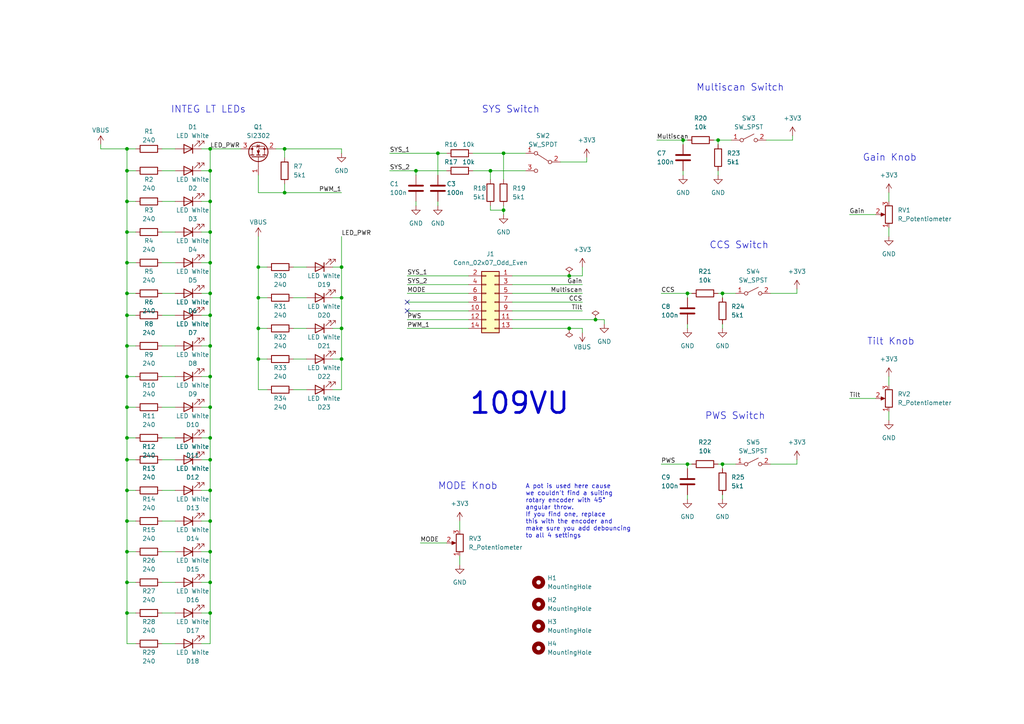
<source format=kicad_sch>
(kicad_sch (version 20230121) (generator eeschema)
  (paper "A4")
  (title_block (title "109VU") (date "2024-01-18") (rev "0.1"))
  (junction (at 146.05 60.96))
  (junction (at 165.1 95.25))
  (junction (at 199.39 85.09))
  (junction (at 74.93 104.14))
  (junction (at 60.96 142.24))
  (junction (at 99.06 104.14))
  (junction (at 60.96 151.13))
  (junction (at 60.96 100.33))
  (junction (at 99.06 95.25))
  (junction (at 36.83 91.44))
  (junction (at 146.05 44.45))
  (junction (at 60.96 177.8))
  (junction (at 36.83 118.11))
  (junction (at 60.96 127))
  (junction (at 36.83 43.18))
  (junction (at 99.06 77.47))
  (junction (at 60.96 118.11))
  (junction (at 36.83 133.35))
  (junction (at 36.83 49.53))
  (junction (at 199.39 134.62))
  (junction (at 60.96 49.53))
  (junction (at 36.83 58.42))
  (junction (at 36.83 109.22))
  (junction (at 36.83 85.09))
  (junction (at 36.83 151.13))
  (junction (at 36.83 127))
  (junction (at 60.96 109.22))
  (junction (at 74.93 77.47))
  (junction (at 198.12 40.64))
  (junction (at 36.83 160.02))
  (junction (at 36.83 142.24))
  (junction (at 82.55 43.18))
  (junction (at 60.96 160.02))
  (junction (at 36.83 168.91))
  (junction (at 60.96 58.42))
  (junction (at 165.1 80.01))
  (junction (at 172.72 92.71))
  (junction (at 120.65 49.53))
  (junction (at 60.96 133.35))
  (junction (at 60.96 91.44))
  (junction (at 36.83 100.33))
  (junction (at 82.55 55.88))
  (junction (at 209.55 134.62))
  (junction (at 60.96 168.91))
  (junction (at 60.96 76.2))
  (junction (at 36.83 177.8))
  (junction (at 127 44.45))
  (junction (at 60.96 43.18))
  (junction (at 60.96 67.31))
  (junction (at 36.83 76.2))
  (junction (at 74.93 95.25))
  (junction (at 99.06 86.36))
  (junction (at 209.55 85.09))
  (junction (at 208.28 40.64))
  (junction (at 74.93 86.36))
  (junction (at 142.24 49.53))
  (junction (at 36.83 67.31))
  (junction (at 60.96 85.09))
  (no_connect (at 118.11 90.17))
  (no_connect (at 118.11 87.63))
  (wire (pts (xy 39.37 127) (xy 36.83 127)))
  (wire (pts (xy 80.01 43.18) (xy 82.55 43.18)))
  (wire (pts (xy 58.42 91.44) (xy 60.96 91.44)))
  (wire (pts (xy 148.59 90.17) (xy 168.91 90.17)))
  (wire (pts (xy 39.37 49.53) (xy 36.83 49.53)))
  (wire (pts (xy 46.99 91.44) (xy 50.8 91.44)))
  (wire (pts (xy 36.83 151.13) (xy 39.37 151.13)))
  (wire (pts (xy 36.83 142.24) (xy 39.37 142.24)))
  (wire (pts (xy 99.06 86.36) (xy 99.06 95.25)))
  (wire (pts (xy 257.81 55.88) (xy 257.81 58.42)))
  (wire (pts (xy 118.11 90.17) (xy 135.89 90.17)))
  (wire (pts (xy 36.83 118.11) (xy 39.37 118.11)))
  (wire (pts (xy 74.93 55.88) (xy 82.55 55.88)))
  (wire (pts (xy 58.42 58.42) (xy 60.96 58.42)))
  (wire (pts (xy 58.42 186.69) (xy 60.96 186.69)))
  (wire (pts (xy 142.24 49.53) (xy 142.24 52.07)))
  (wire (pts (xy 74.93 86.36) (xy 74.93 95.25)))
  (wire (pts (xy 133.35 161.29) (xy 133.35 163.83)))
  (wire (pts (xy 231.14 83.82) (xy 231.14 85.09)))
  (wire (pts (xy 74.93 77.47) (xy 74.93 86.36)))
  (wire (pts (xy 58.42 76.2) (xy 60.96 76.2)))
  (wire (pts (xy 82.55 55.88) (xy 99.06 55.88)))
  (wire (pts (xy 58.42 85.09) (xy 60.96 85.09)))
  (wire (pts (xy 199.39 93.98) (xy 199.39 95.25)))
  (wire (pts (xy 60.96 100.33) (xy 60.96 109.22)))
  (wire (pts (xy 36.83 91.44) (xy 36.83 100.33)))
  (wire (pts (xy 39.37 91.44) (xy 36.83 91.44)))
  (wire (pts (xy 36.83 76.2) (xy 39.37 76.2)))
  (wire (pts (xy 148.59 85.09) (xy 168.91 85.09)))
  (wire (pts (xy 85.09 86.36) (xy 88.9 86.36)))
  (wire (pts (xy 207.01 40.64) (xy 208.28 40.64)))
  (wire (pts (xy 191.77 85.09) (xy 199.39 85.09)))
  (wire (pts (xy 222.25 40.64) (xy 229.87 40.64)))
  (wire (pts (xy 74.93 95.25) (xy 77.47 95.25)))
  (wire (pts (xy 85.09 77.47) (xy 88.9 77.47)))
  (wire (pts (xy 60.96 76.2) (xy 60.96 85.09)))
  (wire (pts (xy 85.09 95.25) (xy 88.9 95.25)))
  (wire (pts (xy 172.72 92.71) (xy 175.26 92.71)))
  (wire (pts (xy 120.65 49.53) (xy 129.54 49.53)))
  (wire (pts (xy 46.99 160.02) (xy 50.8 160.02)))
  (wire (pts (xy 60.96 43.18) (xy 69.85 43.18)))
  (wire (pts (xy 118.11 82.55) (xy 135.89 82.55)))
  (wire (pts (xy 231.14 133.35) (xy 231.14 134.62)))
  (wire (pts (xy 36.83 100.33) (xy 39.37 100.33)))
  (wire (pts (xy 118.11 92.71) (xy 135.89 92.71)))
  (wire (pts (xy 257.81 119.38) (xy 257.81 121.92)))
  (wire (pts (xy 175.26 92.71) (xy 175.26 93.98)))
  (wire (pts (xy 118.11 87.63) (xy 135.89 87.63)))
  (wire (pts (xy 36.83 177.8) (xy 39.37 177.8)))
  (wire (pts (xy 96.52 77.47) (xy 99.06 77.47)))
  (wire (pts (xy 58.42 151.13) (xy 60.96 151.13)))
  (wire (pts (xy 46.99 118.11) (xy 50.8 118.11)))
  (wire (pts (xy 58.42 100.33) (xy 60.96 100.33)))
  (wire (pts (xy 46.99 58.42) (xy 50.8 58.42)))
  (wire (pts (xy 208.28 40.64) (xy 212.09 40.64)))
  (wire (pts (xy 121.92 157.48) (xy 129.54 157.48)))
  (wire (pts (xy 82.55 43.18) (xy 82.55 45.72)))
  (wire (pts (xy 60.96 43.18) (xy 60.96 49.53)))
  (wire (pts (xy 74.93 104.14) (xy 74.93 113.03)))
  (wire (pts (xy 96.52 86.36) (xy 99.06 86.36)))
  (wire (pts (xy 199.39 134.62) (xy 200.66 134.62)))
  (wire (pts (xy 36.83 118.11) (xy 36.83 127)))
  (wire (pts (xy 58.42 133.35) (xy 60.96 133.35)))
  (wire (pts (xy 36.83 49.53) (xy 36.83 43.18)))
  (wire (pts (xy 60.96 91.44) (xy 60.96 100.33)))
  (wire (pts (xy 46.99 133.35) (xy 50.8 133.35)))
  (wire (pts (xy 148.59 82.55) (xy 168.91 82.55)))
  (wire (pts (xy 39.37 133.35) (xy 36.83 133.35)))
  (wire (pts (xy 118.11 80.01) (xy 135.89 80.01)))
  (wire (pts (xy 60.96 49.53) (xy 60.96 58.42)))
  (wire (pts (xy 99.06 104.14) (xy 99.06 113.03)))
  (wire (pts (xy 127 44.45) (xy 129.54 44.45)))
  (wire (pts (xy 199.39 85.09) (xy 199.39 86.36)))
  (wire (pts (xy 60.96 127) (xy 60.96 133.35)))
  (wire (pts (xy 58.42 127) (xy 60.96 127)))
  (wire (pts (xy 199.39 85.09) (xy 200.66 85.09)))
  (wire (pts (xy 190.5 40.64) (xy 198.12 40.64)))
  (wire (pts (xy 46.99 76.2) (xy 50.8 76.2)))
  (wire (pts (xy 58.42 142.24) (xy 60.96 142.24)))
  (wire (pts (xy 36.83 177.8) (xy 36.83 186.69)))
  (wire (pts (xy 133.35 151.13) (xy 133.35 153.67)))
  (wire (pts (xy 58.42 160.02) (xy 60.96 160.02)))
  (wire (pts (xy 191.77 134.62) (xy 199.39 134.62)))
  (wire (pts (xy 36.83 58.42) (xy 39.37 58.42)))
  (wire (pts (xy 58.42 177.8) (xy 60.96 177.8)))
  (wire (pts (xy 36.83 160.02) (xy 39.37 160.02)))
  (wire (pts (xy 77.47 104.14) (xy 74.93 104.14)))
  (wire (pts (xy 209.55 85.09) (xy 209.55 86.36)))
  (wire (pts (xy 36.83 100.33) (xy 36.83 109.22)))
  (wire (pts (xy 60.96 58.42) (xy 60.96 67.31)))
  (wire (pts (xy 137.16 44.45) (xy 146.05 44.45)))
  (wire (pts (xy 165.1 95.25) (xy 168.91 95.25)))
  (wire (pts (xy 229.87 39.37) (xy 229.87 40.64)))
  (wire (pts (xy 46.99 67.31) (xy 50.8 67.31)))
  (wire (pts (xy 46.99 109.22) (xy 50.8 109.22)))
  (wire (pts (xy 168.91 96.52) (xy 168.91 95.25)))
  (wire (pts (xy 74.93 77.47) (xy 77.47 77.47)))
  (wire (pts (xy 209.55 143.51) (xy 209.55 144.78)))
  (wire (pts (xy 142.24 49.53) (xy 152.4 49.53)))
  (wire (pts (xy 127 58.42) (xy 127 59.69)))
  (wire (pts (xy 223.52 134.62) (xy 231.14 134.62)))
  (wire (pts (xy 127 50.8) (xy 127 44.45)))
  (wire (pts (xy 74.93 95.25) (xy 74.93 104.14)))
  (wire (pts (xy 46.99 168.91) (xy 50.8 168.91)))
  (wire (pts (xy 85.09 104.14) (xy 88.9 104.14)))
  (wire (pts (xy 36.83 76.2) (xy 36.83 85.09)))
  (wire (pts (xy 29.21 43.18) (xy 29.21 41.91)))
  (wire (pts (xy 77.47 86.36) (xy 74.93 86.36)))
  (wire (pts (xy 60.96 85.09) (xy 60.96 91.44)))
  (wire (pts (xy 74.93 113.03) (xy 77.47 113.03)))
  (wire (pts (xy 36.83 58.42) (xy 36.83 67.31)))
  (wire (pts (xy 146.05 44.45) (xy 152.4 44.45)))
  (wire (pts (xy 208.28 40.64) (xy 208.28 41.91)))
  (wire (pts (xy 46.99 100.33) (xy 50.8 100.33)))
  (wire (pts (xy 113.03 49.53) (xy 120.65 49.53)))
  (wire (pts (xy 165.1 80.01) (xy 168.91 80.01)))
  (wire (pts (xy 74.93 68.58) (xy 74.93 77.47)))
  (wire (pts (xy 208.28 85.09) (xy 209.55 85.09)))
  (wire (pts (xy 60.96 168.91) (xy 60.96 177.8)))
  (wire (pts (xy 46.99 85.09) (xy 50.8 85.09)))
  (wire (pts (xy 36.83 133.35) (xy 36.83 127)))
  (wire (pts (xy 60.96 151.13) (xy 60.96 160.02)))
  (wire (pts (xy 209.55 93.98) (xy 209.55 95.25)))
  (wire (pts (xy 246.38 115.57) (xy 254 115.57)))
  (wire (pts (xy 246.38 62.23) (xy 254 62.23)))
  (wire (pts (xy 60.96 67.31) (xy 60.96 76.2)))
  (wire (pts (xy 39.37 168.91) (xy 36.83 168.91)))
  (wire (pts (xy 36.83 160.02) (xy 36.83 168.91)))
  (wire (pts (xy 120.65 49.53) (xy 120.65 50.8)))
  (wire (pts (xy 46.99 43.18) (xy 50.8 43.18)))
  (wire (pts (xy 120.65 58.42) (xy 120.65 59.69)))
  (wire (pts (xy 208.28 49.53) (xy 208.28 50.8)))
  (wire (pts (xy 148.59 95.25) (xy 165.1 95.25)))
  (wire (pts (xy 146.05 44.45) (xy 146.05 52.07)))
  (wire (pts (xy 58.42 109.22) (xy 60.96 109.22)))
  (wire (pts (xy 99.06 95.25) (xy 99.06 104.14)))
  (wire (pts (xy 199.39 143.51) (xy 199.39 144.78)))
  (wire (pts (xy 168.91 77.47) (xy 168.91 80.01)))
  (wire (pts (xy 74.93 50.8) (xy 74.93 55.88)))
  (wire (pts (xy 85.09 113.03) (xy 88.9 113.03)))
  (wire (pts (xy 148.59 80.01) (xy 165.1 80.01)))
  (wire (pts (xy 46.99 49.53) (xy 50.8 49.53)))
  (wire (pts (xy 148.59 92.71) (xy 172.72 92.71)))
  (wire (pts (xy 58.42 168.91) (xy 60.96 168.91)))
  (wire (pts (xy 36.83 142.24) (xy 36.83 151.13)))
  (wire (pts (xy 137.16 49.53) (xy 142.24 49.53)))
  (wire (pts (xy 198.12 40.64) (xy 199.39 40.64)))
  (wire (pts (xy 46.99 142.24) (xy 50.8 142.24)))
  (wire (pts (xy 60.96 133.35) (xy 60.96 142.24)))
  (wire (pts (xy 198.12 49.53) (xy 198.12 50.8)))
  (wire (pts (xy 58.42 49.53) (xy 60.96 49.53)))
  (wire (pts (xy 209.55 134.62) (xy 209.55 135.89)))
  (wire (pts (xy 36.83 151.13) (xy 36.83 160.02)))
  (wire (pts (xy 142.24 59.69) (xy 142.24 60.96)))
  (wire (pts (xy 60.96 142.24) (xy 60.96 151.13)))
  (wire (pts (xy 96.52 113.03) (xy 99.06 113.03)))
  (wire (pts (xy 36.83 109.22) (xy 36.83 118.11)))
  (wire (pts (xy 208.28 134.62) (xy 209.55 134.62)))
  (wire (pts (xy 170.18 45.72) (xy 170.18 46.99)))
  (wire (pts (xy 58.42 67.31) (xy 60.96 67.31)))
  (wire (pts (xy 146.05 59.69) (xy 146.05 60.96)))
  (wire (pts (xy 46.99 151.13) (xy 50.8 151.13)))
  (wire (pts (xy 60.96 160.02) (xy 60.96 168.91)))
  (wire (pts (xy 46.99 127) (xy 50.8 127)))
  (wire (pts (xy 209.55 134.62) (xy 213.36 134.62)))
  (wire (pts (xy 60.96 177.8) (xy 60.96 186.69)))
  (wire (pts (xy 148.59 87.63) (xy 168.91 87.63)))
  (wire (pts (xy 39.37 186.69) (xy 36.83 186.69)))
  (wire (pts (xy 142.24 60.96) (xy 146.05 60.96)))
  (wire (pts (xy 198.12 40.64) (xy 198.12 41.91)))
  (wire (pts (xy 257.81 109.22) (xy 257.81 111.76)))
  (wire (pts (xy 82.55 53.34) (xy 82.55 55.88)))
  (wire (pts (xy 36.83 168.91) (xy 36.83 177.8)))
  (wire (pts (xy 39.37 85.09) (xy 36.83 85.09)))
  (wire (pts (xy 209.55 85.09) (xy 213.36 85.09)))
  (wire (pts (xy 46.99 186.69) (xy 50.8 186.69)))
  (wire (pts (xy 36.83 67.31) (xy 39.37 67.31)))
  (wire (pts (xy 99.06 77.47) (xy 99.06 86.36)))
  (wire (pts (xy 99.06 43.18) (xy 82.55 43.18)))
  (wire (pts (xy 60.96 109.22) (xy 60.96 118.11)))
  (wire (pts (xy 118.11 95.25) (xy 135.89 95.25)))
  (wire (pts (xy 58.42 43.18) (xy 60.96 43.18)))
  (wire (pts (xy 223.52 85.09) (xy 231.14 85.09)))
  (wire (pts (xy 36.83 91.44) (xy 36.83 85.09)))
  (wire (pts (xy 118.11 85.09) (xy 135.89 85.09)))
  (wire (pts (xy 162.56 46.99) (xy 170.18 46.99)))
  (wire (pts (xy 46.99 177.8) (xy 50.8 177.8)))
  (wire (pts (xy 199.39 134.62) (xy 199.39 135.89)))
  (wire (pts (xy 60.96 118.11) (xy 60.96 127)))
  (wire (pts (xy 96.52 95.25) (xy 99.06 95.25)))
  (wire (pts (xy 99.06 68.58) (xy 99.06 77.47)))
  (wire (pts (xy 29.21 43.18) (xy 36.83 43.18)))
  (wire (pts (xy 113.03 44.45) (xy 127 44.45)))
  (wire (pts (xy 58.42 118.11) (xy 60.96 118.11)))
  (wire (pts (xy 36.83 109.22) (xy 39.37 109.22)))
  (wire (pts (xy 99.06 44.45) (xy 99.06 43.18)))
  (wire (pts (xy 36.83 133.35) (xy 36.83 142.24)))
  (wire (pts (xy 257.81 66.04) (xy 257.81 68.58)))
  (wire (pts (xy 36.83 43.18) (xy 39.37 43.18)))
  (wire (pts (xy 36.83 49.53) (xy 36.83 58.42)))
  (wire (pts (xy 146.05 60.96) (xy 146.05 62.23)))
  (wire (pts (xy 96.52 104.14) (xy 99.06 104.14)))
  (wire (pts (xy 36.83 67.31) (xy 36.83 76.2)))
  (text "Multiscan Switch" (at 201.93 26.67 0) (effects (font (size 2 2)) (justify left bottom)))
  (text "Gain Knob" (at 250.19 46.99 0) (effects (font (size 2 2)) (justify left bottom)))
  (text "MODE Knob" (at 127 142.24 0) (effects (font (size 2 2)) (justify left bottom)))
  (text "INTEG LT LEDs" (at 49.53 33.02 0) (effects (font (size 2 2)) (justify left bottom)))
  (text "SYS Switch" (at 139.7 33.02 0) (effects (font (size 2 2)) (justify left bottom)))
  (text "PWS Switch" (at 204.47 121.92 0) (effects (font (size 2 2)) (justify left bottom)))
  (text "A pot is used here cause\nwe couldn't find a suiting\nrotary encoder with 45°\nangular throw.\nIf you find one, replace\nthis with the encoder and\nmake sure you add debouncing\nto all 4 settings" (at 152.4 156.21 0) (effects (font (size 1.27 1.27)) (justify left bottom)))
  (text "109VU" (at 135.89 120.65 0) (effects (font (size 6 6) (thickness 0.8) bold) (justify left bottom)))
  (text "Tilt Knob" (at 251.46 100.33 0) (effects (font (size 2 2)) (justify left bottom)))
  (text "CCS Switch" (at 205.74 72.39 0) (effects (font (size 2 2)) (justify left bottom)))
  (label "SYS_1" (at 118.11 80.01 0))
  (label "Multiscan" (at 168.91 85.09 180))
  (label "Tilt" (at 168.91 90.17 180))
  (label "CCS" (at 191.77 85.09 0))
  (label "PWS" (at 118.11 92.71 0))
  (label "Tilt" (at 246.38 115.57 0))
  (label "SYS_1" (at 113.03 44.45 0))
  (label "CCS" (at 168.91 87.63 180))
  (label "Multiscan" (at 190.5 40.64 0))
  (label "PWS" (at 191.77 134.62 0))
  (label "MODE" (at 118.11 85.09 0))
  (label "LED_PWR" (at 60.96 43.18 0))
  (label "PWM_1" (at 118.11 95.25 0))
  (label "PWM_1" (at 99.06 55.88 180))
  (label "Gain" (at 168.91 82.55 180))
  (label "Gain" (at 246.38 62.23 0))
  (label "SYS_2" (at 113.03 49.53 0))
  (label "SYS_2" (at 118.11 82.55 0))
  (label "LED_PWR" (at 99.06 68.58 0))
  (label "MODE" (at 121.92 157.48 0))
  (symbol (lib_id "Device:R") (at 43.18 151.13 90) (unit 1)
    (property "Reference" "R15" (at 43.18 153.67 90))
    (property "Value" "240" (at 43.18 156.21 90))
    (property "Footprint" "Resistor_SMD:R_0805_2012Metric" (effects hide))
    (property "Datasheet" "https://www.lcsc.com/datasheet/lcsc_datasheet_2206010200_UNI-ROYAL-Uniroyal-Elec-0805W8F2400T5E_C17572.pdf" (effects hide))
    (property "Manufracturer" "UNI-ROYAL(Uniroyal Elec)" (effects hide))
    (property "Manufracturer Part Number" "0805W8F2400T5E" (effects hide))
    (property "JLCPCB Part" "C17572" (effects hide))
  )
  (symbol (lib_id "Device:LED") (at 54.61 160.02 180) (unit 1)
    (property "Reference" "D15" (at 55.88 165.1 0))
    (property "Value" "LED White" (at 55.88 162.56 0))
    (property "Footprint" "LED_SMD:LED_0805_2012Metric" (effects hide))
    (property "Datasheet" "https://www.lcsc.com/datasheet/lcsc_datasheet_2402181504_XINGLIGHT-XL-2012WWC-DS_C3646928.pdf" (effects hide))
    (property "Manufracturer" "XINGLIGHT" (effects hide))
    (property "Manufracturer Part Number" "XL-2012WWC-DS" (effects hide))
    (property "JLCPCB Part" "C3646928" (effects hide))
  )
  (symbol (lib_id "Device:LED") (at 54.61 85.09 180) (unit 1)
    (property "Reference" "D6" (at 55.88 90.17 0))
    (property "Value" "LED White" (at 55.88 87.63 0))
    (property "Footprint" "LED_SMD:LED_0805_2012Metric" (effects hide))
    (property "Datasheet" "https://www.lcsc.com/datasheet/lcsc_datasheet_2402181504_XINGLIGHT-XL-2012WWC-DS_C3646928.pdf" (effects hide))
    (property "Manufracturer" "XINGLIGHT" (effects hide))
    (property "Manufracturer Part Number" "XL-2012WWC-DS" (effects hide))
    (property "JLCPCB Part" "C3646928" (effects hide))
  )
  (symbol (lib_id "Device:C") (at 120.65 54.61 0) (unit 1)
    (property "Reference" "C1" (at 113.03 53.34 0) (effects (justify left)))
    (property "Value" "100n" (at 113.03 55.88 0) (effects (justify left)))
    (property "Footprint" "Capacitor_SMD:C_0603_1608Metric" (effects hide))
    (property "Datasheet" "https://www.lcsc.com/datasheet/lcsc_datasheet_2211101700_YAGEO-CC0603KRX7R9BB104_C14663.pdf" (effects hide))
    (property "JLCPCB Part" "C14663" (effects hide))
    (property "Manufracturer" "YAGEO" (effects hide))
    (property "Manufracturer Part Number" "CC0603KRX7R9BB104" (effects hide))
  )
  (symbol (lib_id "Device:LED") (at 54.61 76.2 180) (unit 1)
    (property "Reference" "D5" (at 55.88 81.28 0))
    (property "Value" "LED White" (at 55.88 78.74 0))
    (property "Footprint" "LED_SMD:LED_0805_2012Metric" (effects hide))
    (property "Datasheet" "https://www.lcsc.com/datasheet/lcsc_datasheet_2402181504_XINGLIGHT-XL-2012WWC-DS_C3646928.pdf" (effects hide))
    (property "Manufracturer" "XINGLIGHT" (effects hide))
    (property "Manufracturer Part Number" "XL-2012WWC-DS" (effects hide))
    (property "JLCPCB Part" "C3646928" (effects hide))
  )
  (symbol (lib_id "Device:LED") (at 92.71 86.36 180) (unit 1)
    (property "Reference" "D20" (at 93.98 91.44 0))
    (property "Value" "LED White" (at 93.98 88.9 0))
    (property "Footprint" "LED_SMD:LED_0805_2012Metric" (effects hide))
    (property "Datasheet" "https://www.lcsc.com/datasheet/lcsc_datasheet_2402181504_XINGLIGHT-XL-2012WWC-DS_C3646928.pdf" (effects hide))
    (property "Manufracturer" "XINGLIGHT" (effects hide))
    (property "Manufracturer Part Number" "XL-2012WWC-DS" (effects hide))
    (property "JLCPCB Part" "C3646928" (effects hide))
  )
  (symbol (lib_id "Device:R") (at 43.18 76.2 90) (unit 1)
    (property "Reference" "R5" (at 43.18 78.74 90))
    (property "Value" "240" (at 43.18 81.28 90))
    (property "Footprint" "Resistor_SMD:R_0805_2012Metric" (effects hide))
    (property "Datasheet" "https://www.lcsc.com/datasheet/lcsc_datasheet_2206010200_UNI-ROYAL-Uniroyal-Elec-0805W8F2400T5E_C17572.pdf" (effects hide))
    (property "Manufracturer" "UNI-ROYAL(Uniroyal Elec)" (effects hide))
    (property "Manufracturer Part Number" "0805W8F2400T5E" (effects hide))
    (property "JLCPCB Part" "C17572" (effects hide))
  )
  (symbol (lib_id "power:+3V3") (at 168.91 77.47 0) (unit 1)
    (property "Reference" "#PWR014" (effects hide))
    (property "Value" "+3V3" (at 168.91 72.39 0))
  )
  (symbol (lib_id "Device:LED") (at 92.71 77.47 180) (unit 1)
    (property "Reference" "D19" (at 93.98 82.55 0))
    (property "Value" "LED White" (at 93.98 80.01 0))
    (property "Footprint" "LED_SMD:LED_0805_2012Metric" (effects hide))
    (property "Datasheet" "https://www.lcsc.com/datasheet/lcsc_datasheet_2402181504_XINGLIGHT-XL-2012WWC-DS_C3646928.pdf" (effects hide))
    (property "Manufracturer" "XINGLIGHT" (effects hide))
    (property "Manufracturer Part Number" "XL-2012WWC-DS" (effects hide))
    (property "JLCPCB Part" "C3646928" (effects hide))
  )
  (symbol (lib_id "Device:LED") (at 54.61 109.22 180) (unit 1)
    (property "Reference" "D9" (at 55.88 114.3 0))
    (property "Value" "LED White" (at 55.88 111.76 0))
    (property "Footprint" "LED_SMD:LED_0805_2012Metric" (effects hide))
    (property "Datasheet" "https://www.lcsc.com/datasheet/lcsc_datasheet_2402181504_XINGLIGHT-XL-2012WWC-DS_C3646928.pdf" (effects hide))
    (property "Manufracturer" "XINGLIGHT" (effects hide))
    (property "Manufracturer Part Number" "XL-2012WWC-DS" (effects hide))
    (property "JLCPCB Part" "C3646928" (effects hide))
  )
  (symbol (lib_id "power:+3V3") (at 257.81 109.22 0) (unit 1)
    (property "Reference" "#PWR027" (effects hide))
    (property "Value" "+3V3" (at 257.81 104.14 0))
  )
  (symbol (lib_id "Device:R") (at 43.18 177.8 90) (unit 1)
    (property "Reference" "R28" (at 43.18 180.34 90))
    (property "Value" "240" (at 43.18 182.88 90))
    (property "Footprint" "Resistor_SMD:R_0805_2012Metric" (effects hide))
    (property "Datasheet" "https://www.lcsc.com/datasheet/lcsc_datasheet_2206010200_UNI-ROYAL-Uniroyal-Elec-0805W8F2400T5E_C17572.pdf" (effects hide))
    (property "Manufracturer" "UNI-ROYAL(Uniroyal Elec)" (effects hide))
    (property "Manufracturer Part Number" "0805W8F2400T5E" (effects hide))
    (property "JLCPCB Part" "C17572" (effects hide))
  )
  (symbol (lib_id "Device:R") (at 133.35 44.45 90) (unit 1)
    (property "Reference" "R16" (at 130.81 41.91 90))
    (property "Value" "10k" (at 135.89 41.91 90))
    (property "Footprint" "Resistor_SMD:R_0603_1608Metric" (effects hide))
    (property "Datasheet" "https://www.lcsc.com/datasheet/lcsc_datasheet_2206010045_UNI-ROYAL-Uniroyal-Elec-0603WAF1002T5E_C25804.pdf" (effects hide))
    (property "JLCPCB Part" "C25804" (effects hide))
    (property "Manufracturer" "UNI-ROYAL(Uniroyal Elec)" (effects hide))
    (property "Manufracturer Part Number" "0603WAF1002T5E" (effects hide))
  )
  (symbol (lib_id "power:GND") (at 208.28 50.8 0) (unit 1)
    (property "Reference" "#PWR019" (effects hide))
    (property "Value" "GND" (at 208.28 55.88 0))
  )
  (symbol (lib_id "Device:R") (at 43.18 118.11 90) (unit 1)
    (property "Reference" "R11" (at 43.18 120.65 90))
    (property "Value" "240" (at 43.18 123.19 90))
    (property "Footprint" "Resistor_SMD:R_0805_2012Metric" (effects hide))
    (property "Datasheet" "https://www.lcsc.com/datasheet/lcsc_datasheet_2206010200_UNI-ROYAL-Uniroyal-Elec-0805W8F2400T5E_C17572.pdf" (effects hide))
    (property "Manufracturer" "UNI-ROYAL(Uniroyal Elec)" (effects hide))
    (property "Manufracturer Part Number" "0805W8F2400T5E" (effects hide))
    (property "JLCPCB Part" "C17572" (effects hide))
  )
  (symbol (lib_id "power:+3V3") (at 229.87 39.37 0) (unit 1)
    (property "Reference" "#PWR022" (effects hide))
    (property "Value" "+3V3" (at 229.87 34.29 0))
  )
  (symbol (lib_id "power:PWR_FLAG") (at 165.1 95.25 180) (unit 1)
    (property "Reference" "#FLG03" (effects hide))
    (property "Value" "PWR_FLAG" (effects hide))
  )
  (symbol (lib_id "power:GND") (at 146.05 62.23 0) (unit 1)
    (property "Reference" "#PWR011" (effects hide))
    (property "Value" "GND" (at 146.05 67.31 0))
  )
  (symbol (lib_id "Device:LED") (at 54.61 91.44 180) (unit 1)
    (property "Reference" "D7" (at 55.88 96.52 0))
    (property "Value" "LED White" (at 55.88 93.98 0))
    (property "Footprint" "LED_SMD:LED_0805_2012Metric" (effects hide))
    (property "Datasheet" "https://www.lcsc.com/datasheet/lcsc_datasheet_2402181504_XINGLIGHT-XL-2012WWC-DS_C3646928.pdf" (effects hide))
    (property "Manufracturer" "XINGLIGHT" (effects hide))
    (property "Manufracturer Part Number" "XL-2012WWC-DS" (effects hide))
    (property "JLCPCB Part" "C3646928" (effects hide))
  )
  (symbol (lib_id "Device:R") (at 43.18 100.33 90) (unit 1)
    (property "Reference" "R9" (at 43.18 102.87 90))
    (property "Value" "240" (at 43.18 105.41 90))
    (property "Footprint" "Resistor_SMD:R_0805_2012Metric" (effects hide))
    (property "Datasheet" "https://www.lcsc.com/datasheet/lcsc_datasheet_2206010200_UNI-ROYAL-Uniroyal-Elec-0805W8F2400T5E_C17572.pdf" (effects hide))
    (property "Manufracturer" "UNI-ROYAL(Uniroyal Elec)" (effects hide))
    (property "Manufracturer Part Number" "0805W8F2400T5E" (effects hide))
    (property "JLCPCB Part" "C17572" (effects hide))
  )
  (symbol (lib_id "power:GND") (at 209.55 144.78 0) (unit 1)
    (property "Reference" "#PWR021" (effects hide))
    (property "Value" "GND" (at 209.55 149.86 0))
  )
  (symbol (lib_id "Device:R") (at 133.35 49.53 90) (unit 1)
    (property "Reference" "R17" (at 130.81 46.99 90))
    (property "Value" "10k" (at 135.89 46.99 90))
    (property "Footprint" "Resistor_SMD:R_0603_1608Metric" (effects hide))
    (property "Datasheet" "https://www.lcsc.com/datasheet/lcsc_datasheet_2206010045_UNI-ROYAL-Uniroyal-Elec-0603WAF1002T5E_C25804.pdf" (effects hide))
    (property "JLCPCB Part" "C25804" (effects hide))
    (property "Manufracturer" "UNI-ROYAL(Uniroyal Elec)" (effects hide))
    (property "Manufracturer Part Number" "0603WAF1002T5E" (effects hide))
  )
  (symbol (lib_id "Device:LED") (at 54.61 43.18 180) (unit 1)
    (property "Reference" "D1" (at 55.88 36.83 0))
    (property "Value" "LED White" (at 55.88 39.37 0))
    (property "Footprint" "LED_SMD:LED_0805_2012Metric" (effects hide))
    (property "Datasheet" "https://www.lcsc.com/datasheet/lcsc_datasheet_2402181504_XINGLIGHT-XL-2012WWC-DS_C3646928.pdf" (effects hide))
    (property "Manufracturer" "XINGLIGHT" (effects hide))
    (property "Manufracturer Part Number" "XL-2012WWC-DS" (effects hide))
    (property "JLCPCB Part" "C3646928" (effects hide))
  )
  (symbol (lib_id "Connector_Generic:Conn_02x07_Odd_Even") (at 143.51 87.63 0) (mirror y) (unit 1)
    (property "Reference" "J1" (at 142.24 73.66 0))
    (property "Value" "Conn_02x07_Odd_Even" (at 142.24 76.2 0))
    (property "Footprint" "Connector_IDC:IDC-Header_2x07_P2.54mm_Vertical" (effects hide))
  )
  (symbol (lib_id "Device:R") (at 81.28 104.14 90) (unit 1)
    (property "Reference" "R33" (at 81.28 106.68 90))
    (property "Value" "240" (at 81.28 109.22 90))
    (property "Footprint" "Resistor_SMD:R_0805_2012Metric" (effects hide))
    (property "Datasheet" "https://www.lcsc.com/datasheet/lcsc_datasheet_2206010200_UNI-ROYAL-Uniroyal-Elec-0805W8F2400T5E_C17572.pdf" (effects hide))
    (property "Manufracturer" "UNI-ROYAL(Uniroyal Elec)" (effects hide))
    (property "Manufracturer Part Number" "0805W8F2400T5E" (effects hide))
    (property "JLCPCB Part" "C17572" (effects hide))
  )
  (symbol (lib_id "Device:LED") (at 54.61 67.31 180) (unit 1)
    (property "Reference" "D4" (at 55.88 72.39 0))
    (property "Value" "LED White" (at 55.88 69.85 0))
    (property "Footprint" "LED_SMD:LED_0805_2012Metric" (effects hide))
    (property "Datasheet" "https://www.lcsc.com/datasheet/lcsc_datasheet_2402181504_XINGLIGHT-XL-2012WWC-DS_C3646928.pdf" (effects hide))
    (property "Manufracturer" "XINGLIGHT" (effects hide))
    (property "Manufracturer Part Number" "XL-2012WWC-DS" (effects hide))
    (property "JLCPCB Part" "C3646928" (effects hide))
  )
  (symbol (lib_id "Device:R_Potentiometer") (at 133.35 157.48 180) (unit 1)
    (property "Reference" "RV3" (at 135.89 156.21 0) (effects (justify right)))
    (property "Value" "R_Potentiometer" (at 135.89 158.75 0) (effects (justify right)))
    (property "Footprint" "NiasStuff:Potentiometer_Alps_RK09L_Double_Vertical" (effects hide))
    (property "Datasheet" "https://datasheet.lcsc.com/lcsc/1912111437_ALPSALPINE-RK09L1240A12_C380211.pdf" (effects hide))
    (property "Manufracturer" "ALPSALPINE" (effects hide))
    (property "Manufracturer Part Number" "RK09L1240A12" (effects hide))
    (property "JLCPCB Part" "C380211" (effects hide))
  )
  (symbol (lib_id "power:PWR_FLAG") (at 172.72 92.71 0) (unit 1)
    (property "Reference" "#FLG02" (effects hide))
    (property "Value" "PWR_FLAG" (effects hide))
  )
  (symbol (lib_id "Device:R") (at 81.28 95.25 90) (unit 1)
    (property "Reference" "R32" (at 81.28 97.79 90))
    (property "Value" "240" (at 81.28 100.33 90))
    (property "Footprint" "Resistor_SMD:R_0805_2012Metric" (effects hide))
    (property "Datasheet" "https://www.lcsc.com/datasheet/lcsc_datasheet_2206010200_UNI-ROYAL-Uniroyal-Elec-0805W8F2400T5E_C17572.pdf" (effects hide))
    (property "Manufracturer" "UNI-ROYAL(Uniroyal Elec)" (effects hide))
    (property "Manufracturer Part Number" "0805W8F2400T5E" (effects hide))
    (property "JLCPCB Part" "C17572" (effects hide))
  )
  (symbol (lib_id "Device:LED") (at 54.61 100.33 180) (unit 1)
    (property "Reference" "D8" (at 55.88 105.41 0))
    (property "Value" "LED White" (at 55.88 102.87 0))
    (property "Footprint" "LED_SMD:LED_0805_2012Metric" (effects hide))
    (property "Datasheet" "https://www.lcsc.com/datasheet/lcsc_datasheet_2402181504_XINGLIGHT-XL-2012WWC-DS_C3646928.pdf" (effects hide))
    (property "Manufracturer" "XINGLIGHT" (effects hide))
    (property "Manufracturer Part Number" "XL-2012WWC-DS" (effects hide))
    (property "JLCPCB Part" "C3646928" (effects hide))
  )
  (symbol (lib_id "Device:LED") (at 54.61 151.13 180) (unit 1)
    (property "Reference" "D14" (at 55.88 156.21 0))
    (property "Value" "LED White" (at 55.88 153.67 0))
    (property "Footprint" "LED_SMD:LED_0805_2012Metric" (effects hide))
    (property "Datasheet" "https://www.lcsc.com/datasheet/lcsc_datasheet_2402181504_XINGLIGHT-XL-2012WWC-DS_C3646928.pdf" (effects hide))
    (property "Manufracturer" "XINGLIGHT" (effects hide))
    (property "Manufracturer Part Number" "XL-2012WWC-DS" (effects hide))
    (property "JLCPCB Part" "C3646928" (effects hide))
  )
  (symbol (lib_id "Device:R") (at 81.28 113.03 90) (unit 1)
    (property "Reference" "R34" (at 81.28 115.57 90))
    (property "Value" "240" (at 81.28 118.11 90))
    (property "Footprint" "Resistor_SMD:R_0805_2012Metric" (effects hide))
    (property "Datasheet" "https://www.lcsc.com/datasheet/lcsc_datasheet_2206010200_UNI-ROYAL-Uniroyal-Elec-0805W8F2400T5E_C17572.pdf" (effects hide))
    (property "Manufracturer" "UNI-ROYAL(Uniroyal Elec)" (effects hide))
    (property "Manufracturer Part Number" "0805W8F2400T5E" (effects hide))
    (property "JLCPCB Part" "C17572" (effects hide))
  )
  (symbol (lib_id "Device:R") (at 146.05 55.88 0) (unit 1)
    (property "Reference" "R19" (at 148.59 54.61 0) (effects (justify left)))
    (property "Value" "5k1" (at 148.59 57.15 0) (effects (justify left)))
    (property "Footprint" "Resistor_SMD:R_0603_1608Metric" (effects hide))
    (property "Datasheet" "https://www.lcsc.com/datasheet/lcsc_datasheet_2206010116_UNI-ROYAL-Uniroyal-Elec-0603WAF5101T5E_C23186.pdf" (effects hide))
    (property "JLCPCB Part" "C23186" (effects hide))
    (property "Manufracturer" "UNI-ROYAL(Uniroyal Elec)" (effects hide))
    (property "Manufracturer Part Number" "0603WAF5101T5E" (effects hide))
  )
  (symbol (lib_id "Device:R") (at 142.24 55.88 0) (unit 1)
    (property "Reference" "R18" (at 137.16 54.61 0) (effects (justify left)))
    (property "Value" "5k1" (at 137.16 57.15 0) (effects (justify left)))
    (property "Footprint" "Resistor_SMD:R_0603_1608Metric" (effects hide))
    (property "Datasheet" "https://www.lcsc.com/datasheet/lcsc_datasheet_2206010116_UNI-ROYAL-Uniroyal-Elec-0603WAF5101T5E_C23186.pdf" (effects hide))
    (property "JLCPCB Part" "C23186" (effects hide))
    (property "Manufracturer" "UNI-ROYAL(Uniroyal Elec)" (effects hide))
    (property "Manufracturer Part Number" "0603WAF5101T5E" (effects hide))
  )
  (symbol (lib_id "Device:LED") (at 54.61 49.53 180) (unit 1)
    (property "Reference" "D2" (at 55.88 54.61 0))
    (property "Value" "LED White" (at 55.88 52.07 0))
    (property "Footprint" "LED_SMD:LED_0805_2012Metric" (effects hide))
    (property "Datasheet" "https://www.lcsc.com/datasheet/lcsc_datasheet_2402181504_XINGLIGHT-XL-2012WWC-DS_C3646928.pdf" (effects hide))
    (property "Manufracturer" "XINGLIGHT" (effects hide))
    (property "Manufracturer Part Number" "XL-2012WWC-DS" (effects hide))
    (property "JLCPCB Part" "C3646928" (effects hide))
  )
  (symbol (lib_id "Device:R") (at 209.55 90.17 0) (unit 1)
    (property "Reference" "R24" (at 212.09 88.9 0) (effects (justify left)))
    (property "Value" "5k1" (at 212.09 91.44 0) (effects (justify left)))
    (property "Footprint" "Resistor_SMD:R_0603_1608Metric" (effects hide))
    (property "Datasheet" "https://www.lcsc.com/datasheet/lcsc_datasheet_2206010116_UNI-ROYAL-Uniroyal-Elec-0603WAF5101T5E_C23186.pdf" (effects hide))
    (property "JLCPCB Part" "C23186" (effects hide))
    (property "Manufracturer" "UNI-ROYAL(Uniroyal Elec)" (effects hide))
    (property "Manufracturer Part Number" "0603WAF5101T5E" (effects hide))
  )
  (symbol (lib_id "power:GND") (at 199.39 95.25 0) (unit 1)
    (property "Reference" "#PWR017" (effects hide))
    (property "Value" "GND" (at 199.39 100.33 0))
  )
  (symbol (lib_id "Device:R") (at 43.18 133.35 90) (unit 1)
    (property "Reference" "R13" (at 43.18 135.89 90))
    (property "Value" "240" (at 43.18 138.43 90))
    (property "Footprint" "Resistor_SMD:R_0805_2012Metric" (effects hide))
    (property "Datasheet" "https://www.lcsc.com/datasheet/lcsc_datasheet_2206010200_UNI-ROYAL-Uniroyal-Elec-0805W8F2400T5E_C17572.pdf" (effects hide))
    (property "Manufracturer" "UNI-ROYAL(Uniroyal Elec)" (effects hide))
    (property "Manufracturer Part Number" "0805W8F2400T5E" (effects hide))
    (property "JLCPCB Part" "C17572" (effects hide))
  )
  (symbol (lib_id "Device:C") (at 198.12 45.72 0) (unit 1)
    (property "Reference" "C7" (at 190.5 44.45 0) (effects (justify left)))
    (property "Value" "100n" (at 190.5 46.99 0) (effects (justify left)))
    (property "Footprint" "Capacitor_SMD:C_0603_1608Metric" (effects hide))
    (property "Datasheet" "https://www.lcsc.com/datasheet/lcsc_datasheet_2211101700_YAGEO-CC0603KRX7R9BB104_C14663.pdf" (effects hide))
    (property "JLCPCB Part" "C14663" (effects hide))
    (property "Manufracturer" "YAGEO" (effects hide))
    (property "Manufracturer Part Number" "CC0603KRX7R9BB104" (effects hide))
  )
  (symbol (lib_id "Device:C") (at 199.39 90.17 0) (unit 1)
    (property "Reference" "C8" (at 191.77 88.9 0) (effects (justify left)))
    (property "Value" "100n" (at 191.77 91.44 0) (effects (justify left)))
    (property "Footprint" "Capacitor_SMD:C_0603_1608Metric" (effects hide))
    (property "Datasheet" "https://www.lcsc.com/datasheet/lcsc_datasheet_2211101700_YAGEO-CC0603KRX7R9BB104_C14663.pdf" (effects hide))
    (property "JLCPCB Part" "C14663" (effects hide))
    (property "Manufracturer" "YAGEO" (effects hide))
    (property "Manufracturer Part Number" "CC0603KRX7R9BB104" (effects hide))
  )
  (symbol (lib_id "Device:R") (at 43.18 91.44 90) (unit 1)
    (property "Reference" "R8" (at 43.18 93.98 90))
    (property "Value" "240" (at 43.18 96.52 90))
    (property "Footprint" "Resistor_SMD:R_0805_2012Metric" (effects hide))
    (property "Datasheet" "https://www.lcsc.com/datasheet/lcsc_datasheet_2206010200_UNI-ROYAL-Uniroyal-Elec-0805W8F2400T5E_C17572.pdf" (effects hide))
    (property "Manufracturer" "UNI-ROYAL(Uniroyal Elec)" (effects hide))
    (property "Manufracturer Part Number" "0805W8F2400T5E" (effects hide))
    (property "JLCPCB Part" "C17572" (effects hide))
  )
  (symbol (lib_id "Device:R") (at 208.28 45.72 0) (unit 1)
    (property "Reference" "R23" (at 210.82 44.45 0) (effects (justify left)))
    (property "Value" "5k1" (at 210.82 46.99 0) (effects (justify left)))
    (property "Footprint" "Resistor_SMD:R_0603_1608Metric" (effects hide))
    (property "Datasheet" "https://www.lcsc.com/datasheet/lcsc_datasheet_2206010116_UNI-ROYAL-Uniroyal-Elec-0603WAF5101T5E_C23186.pdf" (effects hide))
    (property "JLCPCB Part" "C23186" (effects hide))
    (property "Manufracturer" "UNI-ROYAL(Uniroyal Elec)" (effects hide))
    (property "Manufracturer Part Number" "0603WAF5101T5E" (effects hide))
  )
  (symbol (lib_id "Mechanical:MountingHole") (at 156.21 187.96 0) (unit 1) (in_bom no)
    (property "Reference" "H4" (at 158.75 186.69 0) (effects (justify left)))
    (property "Value" "MountingHole" (at 158.75 189.23 0) (effects (justify left)))
    (property "Footprint" "MountingHole:MountingHole_2.2mm_M2" (effects hide))
  )
  (symbol (lib_id "power:+3V3") (at 231.14 83.82 0) (unit 1)
    (property "Reference" "#PWR023" (effects hide))
    (property "Value" "+3V3" (at 231.14 78.74 0))
  )
  (symbol (lib_id "Device:R_Potentiometer") (at 257.81 62.23 180) (unit 1)
    (property "Reference" "RV1" (at 260.35 60.96 0) (effects (justify right)))
    (property "Value" "R_Potentiometer" (at 260.35 63.5 0) (effects (justify right)))
    (property "Footprint" "NiasStuff:Potentiometer_Alps_RK09L_Double_Vertical" (effects hide))
    (property "Datasheet" "https://datasheet.lcsc.com/lcsc/1912111437_ALPSALPINE-RK09L1240A12_C380211.pdf" (effects hide))
    (property "Manufracturer" "ALPSALPINE" (effects hide))
    (property "Manufracturer Part Number" "RK09L1240A12" (effects hide))
    (property "JLCPCB Part" "C380211" (effects hide))
  )
  (symbol (lib_id "power:GND") (at 257.81 68.58 0) (unit 1)
    (property "Reference" "#PWR026" (effects hide))
    (property "Value" "GND" (at 257.81 73.66 0))
  )
  (symbol (lib_id "power:GND") (at 133.35 163.83 0) (unit 1)
    (property "Reference" "#PWR04" (effects hide))
    (property "Value" "GND" (at 133.35 168.91 0))
  )
  (symbol (lib_id "power:GND") (at 127 59.69 0) (unit 1)
    (property "Reference" "#PWR08" (effects hide))
    (property "Value" "GND" (at 127 64.77 0))
  )
  (symbol (lib_id "power:+3V3") (at 257.81 55.88 0) (unit 1)
    (property "Reference" "#PWR025" (effects hide))
    (property "Value" "+3V3" (at 257.81 50.8 0))
  )
  (symbol (lib_id "Device:R") (at 204.47 85.09 90) (unit 1)
    (property "Reference" "R21" (at 204.47 78.74 90))
    (property "Value" "10k" (at 204.47 81.28 90))
    (property "Footprint" "Resistor_SMD:R_0603_1608Metric" (effects hide))
    (property "Datasheet" "https://www.lcsc.com/datasheet/lcsc_datasheet_2206010045_UNI-ROYAL-Uniroyal-Elec-0603WAF1002T5E_C25804.pdf" (effects hide))
    (property "JLCPCB Part" "C25804" (effects hide))
    (property "Manufracturer" "UNI-ROYAL(Uniroyal Elec)" (effects hide))
    (property "Manufracturer Part Number" "0603WAF1002T5E" (effects hide))
  )
  (symbol (lib_id "power:GND") (at 99.06 44.45 0) (unit 1)
    (property "Reference" "#PWR03" (effects hide))
    (property "Value" "GND" (at 99.06 49.53 0))
  )
  (symbol (lib_id "Device:LED") (at 54.61 142.24 180) (unit 1)
    (property "Reference" "D13" (at 55.88 147.32 0))
    (property "Value" "LED White" (at 55.88 144.78 0))
    (property "Footprint" "LED_SMD:LED_0805_2012Metric" (effects hide))
    (property "Datasheet" "https://www.lcsc.com/datasheet/lcsc_datasheet_2402181504_XINGLIGHT-XL-2012WWC-DS_C3646928.pdf" (effects hide))
    (property "Manufracturer" "XINGLIGHT" (effects hide))
    (property "Manufracturer Part Number" "XL-2012WWC-DS" (effects hide))
    (property "JLCPCB Part" "C3646928" (effects hide))
  )
  (symbol (lib_id "power:GND") (at 257.81 121.92 0) (unit 1)
    (property "Reference" "#PWR028" (effects hide))
    (property "Value" "GND" (at 257.81 127 0))
  )
  (symbol (lib_id "Device:LED") (at 92.71 95.25 180) (unit 1)
    (property "Reference" "D21" (at 93.98 100.33 0))
    (property "Value" "LED White" (at 93.98 97.79 0))
    (property "Footprint" "LED_SMD:LED_0805_2012Metric" (effects hide))
    (property "Datasheet" "https://www.lcsc.com/datasheet/lcsc_datasheet_2402181504_XINGLIGHT-XL-2012WWC-DS_C3646928.pdf" (effects hide))
    (property "Manufracturer" "XINGLIGHT" (effects hide))
    (property "Manufracturer Part Number" "XL-2012WWC-DS" (effects hide))
    (property "JLCPCB Part" "C3646928" (effects hide))
  )
  (symbol (lib_id "Device:LED") (at 92.71 104.14 180) (unit 1)
    (property "Reference" "D22" (at 93.98 109.22 0))
    (property "Value" "LED White" (at 93.98 106.68 0))
    (property "Footprint" "LED_SMD:LED_0805_2012Metric" (effects hide))
    (property "Datasheet" "https://www.lcsc.com/datasheet/lcsc_datasheet_2402181504_XINGLIGHT-XL-2012WWC-DS_C3646928.pdf" (effects hide))
    (property "Manufracturer" "XINGLIGHT" (effects hide))
    (property "Manufracturer Part Number" "XL-2012WWC-DS" (effects hide))
    (property "JLCPCB Part" "C3646928" (effects hide))
  )
  (symbol (lib_id "Device:LED") (at 54.61 168.91 180) (unit 1)
    (property "Reference" "D16" (at 55.88 173.99 0))
    (property "Value" "LED White" (at 55.88 171.45 0))
    (property "Footprint" "LED_SMD:LED_0805_2012Metric" (effects hide))
    (property "Datasheet" "https://www.lcsc.com/datasheet/lcsc_datasheet_2402181504_XINGLIGHT-XL-2012WWC-DS_C3646928.pdf" (effects hide))
    (property "Manufracturer" "XINGLIGHT" (effects hide))
    (property "Manufracturer Part Number" "XL-2012WWC-DS" (effects hide))
    (property "JLCPCB Part" "C3646928" (effects hide))
  )
  (symbol (lib_id "power:PWR_FLAG") (at 165.1 80.01 0) (unit 1)
    (property "Reference" "#FLG01" (effects hide))
    (property "Value" "PWR_FLAG" (effects hide))
  )
  (symbol (lib_id "Device:R") (at 204.47 134.62 90) (unit 1)
    (property "Reference" "R22" (at 204.47 128.27 90))
    (property "Value" "10k" (at 204.47 130.81 90))
    (property "Footprint" "Resistor_SMD:R_0603_1608Metric" (effects hide))
    (property "Datasheet" "https://www.lcsc.com/datasheet/lcsc_datasheet_2206010045_UNI-ROYAL-Uniroyal-Elec-0603WAF1002T5E_C25804.pdf" (effects hide))
    (property "JLCPCB Part" "C25804" (effects hide))
    (property "Manufracturer" "UNI-ROYAL(Uniroyal Elec)" (effects hide))
    (property "Manufracturer Part Number" "0603WAF1002T5E" (effects hide))
  )
  (symbol (lib_id "Device:C") (at 199.39 139.7 0) (unit 1)
    (property "Reference" "C9" (at 191.77 138.43 0) (effects (justify left)))
    (property "Value" "100n" (at 191.77 140.97 0) (effects (justify left)))
    (property "Footprint" "Capacitor_SMD:C_0603_1608Metric" (effects hide))
    (property "Datasheet" "https://www.lcsc.com/datasheet/lcsc_datasheet_2211101700_YAGEO-CC0603KRX7R9BB104_C14663.pdf" (effects hide))
    (property "JLCPCB Part" "C14663" (effects hide))
    (property "Manufracturer" "YAGEO" (effects hide))
    (property "Manufracturer Part Number" "CC0603KRX7R9BB104" (effects hide))
  )
  (symbol (lib_id "Mechanical:MountingHole") (at 156.21 181.61 0) (unit 1) (in_bom no)
    (property "Reference" "H3" (at 158.75 180.34 0) (effects (justify left)))
    (property "Value" "MountingHole" (at 158.75 182.88 0) (effects (justify left)))
    (property "Footprint" "MountingHole:MountingHole_2.2mm_M2" (effects hide))
  )
  (symbol (lib_id "Device:R") (at 209.55 139.7 0) (unit 1)
    (property "Reference" "R25" (at 212.09 138.43 0) (effects (justify left)))
    (property "Value" "5k1" (at 212.09 140.97 0) (effects (justify left)))
    (property "Footprint" "Resistor_SMD:R_0603_1608Metric" (effects hide))
    (property "Datasheet" "https://www.lcsc.com/datasheet/lcsc_datasheet_2206010116_UNI-ROYAL-Uniroyal-Elec-0603WAF5101T5E_C23186.pdf" (effects hide))
    (property "JLCPCB Part" "C23186" (effects hide))
    (property "Manufracturer" "UNI-ROYAL(Uniroyal Elec)" (effects hide))
    (property "Manufracturer Part Number" "0603WAF5101T5E" (effects hide))
  )
  (symbol (lib_id "power:+3V3") (at 170.18 45.72 0) (unit 1)
    (property "Reference" "#PWR013" (effects hide))
    (property "Value" "+3V3" (at 170.18 40.64 0))
  )
  (symbol (lib_id "power:VBUS") (at 29.21 41.91 0) (unit 1)
    (property "Reference" "#PWR01" (effects hide))
    (property "Value" "VBUS" (at 29.21 37.7769 0))
  )
  (symbol (lib_id "power:GND") (at 199.39 144.78 0) (unit 1)
    (property "Reference" "#PWR018" (effects hide))
    (property "Value" "GND" (at 199.39 149.86 0))
  )
  (symbol (lib_id "Device:LED") (at 54.61 177.8 180) (unit 1)
    (property "Reference" "D17" (at 55.88 182.88 0))
    (property "Value" "LED White" (at 55.88 180.34 0))
    (property "Footprint" "LED_SMD:LED_0805_2012Metric" (effects hide))
    (property "Datasheet" "https://www.lcsc.com/datasheet/lcsc_datasheet_2402181504_XINGLIGHT-XL-2012WWC-DS_C3646928.pdf" (effects hide))
    (property "Manufracturer" "XINGLIGHT" (effects hide))
    (property "Manufracturer Part Number" "XL-2012WWC-DS" (effects hide))
    (property "JLCPCB Part" "C3646928" (effects hide))
  )
  (symbol (lib_id "Switch:SW_SPST") (at 218.44 85.09 0) (unit 1)
    (property "Reference" "SW4" (at 218.44 78.74 0))
    (property "Value" "SW_SPST" (at 218.44 81.28 0))
    (property "Footprint" "NiasStuff:SW_SPDT_YUEN-FUNG_ST-0-103-A01-T000-RS" (effects hide))
    (property "Datasheet" "https://datasheet.lcsc.com/lcsc/2307200931_YUEN-FUNG-ST-0-103-A01-T000-RS_C1788488.pdf" (effects hide))
    (property "JLCPCB Part" "C1788488" (effects hide))
    (property "Manufracturer" "YUEN FUNG" (effects hide))
    (property "Manufracturer Part Number" "ST-0-103-A01-T000-RS" (effects hide))
  )
  (symbol (lib_id "Device:R") (at 43.18 58.42 90) (unit 1)
    (property "Reference" "R3" (at 43.18 60.96 90))
    (property "Value" "240" (at 43.18 63.5 90))
    (property "Footprint" "Resistor_SMD:R_0805_2012Metric" (effects hide))
    (property "Datasheet" "https://www.lcsc.com/datasheet/lcsc_datasheet_2206010200_UNI-ROYAL-Uniroyal-Elec-0805W8F2400T5E_C17572.pdf" (effects hide))
    (property "Manufracturer" "UNI-ROYAL(Uniroyal Elec)" (effects hide))
    (property "Manufracturer Part Number" "0805W8F2400T5E" (effects hide))
    (property "JLCPCB Part" "C17572" (effects hide))
  )
  (symbol (lib_id "Device:R") (at 43.18 127 90) (unit 1)
    (property "Reference" "R12" (at 43.18 129.54 90))
    (property "Value" "240" (at 43.18 132.08 90))
    (property "Footprint" "Resistor_SMD:R_0805_2012Metric" (effects hide))
    (property "Datasheet" "https://www.lcsc.com/datasheet/lcsc_datasheet_2206010200_UNI-ROYAL-Uniroyal-Elec-0805W8F2400T5E_C17572.pdf" (effects hide))
    (property "Manufracturer" "UNI-ROYAL(Uniroyal Elec)" (effects hide))
    (property "Manufracturer Part Number" "0805W8F2400T5E" (effects hide))
    (property "JLCPCB Part" "C17572" (effects hide))
  )
  (symbol (lib_id "Switch:SW_SPDT") (at 157.48 46.99 0) (mirror y) (unit 1)
    (property "Reference" "SW2" (at 157.48 39.37 0))
    (property "Value" "SW_SPDT" (at 157.48 41.91 0))
    (property "Footprint" "NiasStuff:SW_SPDT_YUEN-FUNG_ST-0-103-A01-T000-RS" (effects hide))
    (property "Datasheet" "https://datasheet.lcsc.com/lcsc/2307200931_YUEN-FUNG-ST-0-103-A01-T000-RS_C1788488.pdf" (effects hide))
    (property "JLCPCB Part" "C1788488" (effects hide))
    (property "Manufracturer" "YUEN FUNG" (effects hide))
    (property "Manufracturer Part Number" "ST-0-103-A01-T000-RS" (effects hide))
  )
  (symbol (lib_id "power:+3V3") (at 133.35 151.13 0) (unit 1)
    (property "Reference" "#PWR02" (effects hide))
    (property "Value" "+3V3" (at 133.35 146.05 0))
  )
  (symbol (lib_id "power:GND") (at 175.26 93.98 0) (unit 1)
    (property "Reference" "#PWR015" (effects hide))
    (property "Value" "GND" (at 175.26 99.06 0))
  )
  (symbol (lib_id "Device:R") (at 43.18 85.09 90) (unit 1)
    (property "Reference" "R6" (at 43.18 87.63 90))
    (property "Value" "240" (at 43.18 90.17 90))
    (property "Footprint" "Resistor_SMD:R_0805_2012Metric" (effects hide))
    (property "Datasheet" "https://www.lcsc.com/datasheet/lcsc_datasheet_2206010200_UNI-ROYAL-Uniroyal-Elec-0805W8F2400T5E_C17572.pdf" (effects hide))
    (property "Manufracturer" "UNI-ROYAL(Uniroyal Elec)" (effects hide))
    (property "Manufracturer Part Number" "0805W8F2400T5E" (effects hide))
    (property "JLCPCB Part" "C17572" (effects hide))
  )
  (symbol (lib_id "power:VBUS") (at 74.93 68.58 0) (unit 1)
    (property "Reference" "#PWR07" (effects hide))
    (property "Value" "VBUS" (at 74.93 64.4469 0))
  )
  (symbol (lib_id "Device:R") (at 43.18 67.31 90) (unit 1)
    (property "Reference" "R4" (at 43.18 69.85 90))
    (property "Value" "240" (at 43.18 72.39 90))
    (property "Footprint" "Resistor_SMD:R_0805_2012Metric" (effects hide))
    (property "Datasheet" "https://www.lcsc.com/datasheet/lcsc_datasheet_2206010200_UNI-ROYAL-Uniroyal-Elec-0805W8F2400T5E_C17572.pdf" (effects hide))
    (property "Manufracturer" "UNI-ROYAL(Uniroyal Elec)" (effects hide))
    (property "Manufracturer Part Number" "0805W8F2400T5E" (effects hide))
    (property "JLCPCB Part" "C17572" (effects hide))
  )
  (symbol (lib_id "Mechanical:MountingHole") (at 156.21 175.26 0) (unit 1) (in_bom no)
    (property "Reference" "H2" (at 158.75 173.99 0) (effects (justify left)))
    (property "Value" "MountingHole" (at 158.75 176.53 0) (effects (justify left)))
    (property "Footprint" "MountingHole:MountingHole_2.2mm_M2" (effects hide))
  )
  (symbol (lib_id "Transistor_FET:2N7002K") (at 74.93 45.72 90) (unit 1)
    (property "Reference" "Q1" (at 74.93 36.83 90))
    (property "Value" "SI2302" (at 74.93 39.37 90))
    (property "Footprint" "Package_TO_SOT_SMD:SOT-23-3" (effects hide))
    (property "Datasheet" "https://www.lcsc.com/datasheet/lcsc_datasheet_2109011130_YONGYUTAI-SI2302_C2891732.pdf" (effects hide))
    (property "Manufracturer" "YONGYUTAI" (effects hide))
    (property "Manufracturer Part Number" "SI2302" (effects hide))
    (property "JLCPCB Part" "C2891732" (effects hide))
  )
  (symbol (lib_id "Device:R") (at 43.18 49.53 90) (unit 1)
    (property "Reference" "R2" (at 43.18 52.07 90))
    (property "Value" "240" (at 43.18 54.61 90))
    (property "Footprint" "Resistor_SMD:R_0805_2012Metric" (effects hide))
    (property "Datasheet" "https://www.lcsc.com/datasheet/lcsc_datasheet_2206010200_UNI-ROYAL-Uniroyal-Elec-0805W8F2400T5E_C17572.pdf" (effects hide))
    (property "Manufracturer" "UNI-ROYAL(Uniroyal Elec)" (effects hide))
    (property "Manufracturer Part Number" "0805W8F2400T5E" (effects hide))
    (property "JLCPCB Part" "C17572" (effects hide))
  )
  (symbol (lib_id "Device:R") (at 43.18 186.69 90) (unit 1)
    (property "Reference" "R29" (at 43.18 189.23 90))
    (property "Value" "240" (at 43.18 191.77 90))
    (property "Footprint" "Resistor_SMD:R_0805_2012Metric" (effects hide))
    (property "Datasheet" "https://www.lcsc.com/datasheet/lcsc_datasheet_2206010200_UNI-ROYAL-Uniroyal-Elec-0805W8F2400T5E_C17572.pdf" (effects hide))
    (property "Manufracturer" "UNI-ROYAL(Uniroyal Elec)" (effects hide))
    (property "Manufracturer Part Number" "0805W8F2400T5E" (effects hide))
    (property "JLCPCB Part" "C17572" (effects hide))
  )
  (symbol (lib_id "Device:R") (at 43.18 160.02 90) (unit 1)
    (property "Reference" "R26" (at 43.18 162.56 90))
    (property "Value" "240" (at 43.18 165.1 90))
    (property "Footprint" "Resistor_SMD:R_0805_2012Metric" (effects hide))
    (property "Datasheet" "https://www.lcsc.com/datasheet/lcsc_datasheet_2206010200_UNI-ROYAL-Uniroyal-Elec-0805W8F2400T5E_C17572.pdf" (effects hide))
    (property "Manufracturer" "UNI-ROYAL(Uniroyal Elec)" (effects hide))
    (property "Manufracturer Part Number" "0805W8F2400T5E" (effects hide))
    (property "JLCPCB Part" "C17572" (effects hide))
  )
  (symbol (lib_id "Device:C") (at 127 54.61 0) (unit 1)
    (property "Reference" "C3" (at 129.54 53.34 0) (effects (justify left)))
    (property "Value" "100n" (at 129.54 55.88 0) (effects (justify left)))
    (property "Footprint" "Capacitor_SMD:C_0603_1608Metric" (effects hide))
    (property "Datasheet" "https://www.lcsc.com/datasheet/lcsc_datasheet_2211101700_YAGEO-CC0603KRX7R9BB104_C14663.pdf" (effects hide))
    (property "JLCPCB Part" "C14663" (effects hide))
    (property "Manufracturer" "YAGEO" (effects hide))
    (property "Manufracturer Part Number" "CC0603KRX7R9BB104" (effects hide))
  )
  (symbol (lib_id "Device:R") (at 81.28 86.36 90) (unit 1)
    (property "Reference" "R31" (at 81.28 88.9 90))
    (property "Value" "240" (at 81.28 91.44 90))
    (property "Footprint" "Resistor_SMD:R_0805_2012Metric" (effects hide))
    (property "Datasheet" "https://www.lcsc.com/datasheet/lcsc_datasheet_2206010200_UNI-ROYAL-Uniroyal-Elec-0805W8F2400T5E_C17572.pdf" (effects hide))
    (property "Manufracturer" "UNI-ROYAL(Uniroyal Elec)" (effects hide))
    (property "Manufracturer Part Number" "0805W8F2400T5E" (effects hide))
    (property "JLCPCB Part" "C17572" (effects hide))
  )
  (symbol (lib_id "Device:LED") (at 54.61 133.35 180) (unit 1)
    (property "Reference" "D12" (at 55.88 138.43 0))
    (property "Value" "LED White" (at 55.88 135.89 0))
    (property "Footprint" "LED_SMD:LED_0805_2012Metric" (effects hide))
    (property "Datasheet" "https://www.lcsc.com/datasheet/lcsc_datasheet_2402181504_XINGLIGHT-XL-2012WWC-DS_C3646928.pdf" (effects hide))
    (property "Manufracturer" "XINGLIGHT" (effects hide))
    (property "Manufracturer Part Number" "XL-2012WWC-DS" (effects hide))
    (property "JLCPCB Part" "C3646928" (effects hide))
  )
  (symbol (lib_id "power:GND") (at 209.55 95.25 0) (unit 1)
    (property "Reference" "#PWR020" (effects hide))
    (property "Value" "GND" (at 209.55 100.33 0))
  )
  (symbol (lib_id "Device:R") (at 43.18 109.22 90) (unit 1)
    (property "Reference" "R10" (at 43.18 111.76 90))
    (property "Value" "240" (at 43.18 114.3 90))
    (property "Footprint" "Resistor_SMD:R_0805_2012Metric" (effects hide))
    (property "Datasheet" "https://www.lcsc.com/datasheet/lcsc_datasheet_2206010200_UNI-ROYAL-Uniroyal-Elec-0805W8F2400T5E_C17572.pdf" (effects hide))
    (property "Manufracturer" "UNI-ROYAL(Uniroyal Elec)" (effects hide))
    (property "Manufracturer Part Number" "0805W8F2400T5E" (effects hide))
    (property "JLCPCB Part" "C17572" (effects hide))
  )
  (symbol (lib_id "Mechanical:MountingHole") (at 156.21 168.91 0) (unit 1) (in_bom no)
    (property "Reference" "H1" (at 158.75 167.64 0) (effects (justify left)))
    (property "Value" "MountingHole" (at 158.75 170.18 0) (effects (justify left)))
    (property "Footprint" "MountingHole:MountingHole_2.2mm_M2" (effects hide))
  )
  (symbol (lib_id "Device:R") (at 43.18 43.18 90) (unit 1)
    (property "Reference" "R1" (at 43.18 38.1 90))
    (property "Value" "240" (at 43.18 40.64 90))
    (property "Footprint" "Resistor_SMD:R_0805_2012Metric" (effects hide))
    (property "Datasheet" "https://www.lcsc.com/datasheet/lcsc_datasheet_2206010200_UNI-ROYAL-Uniroyal-Elec-0805W8F2400T5E_C17572.pdf" (effects hide))
    (property "Manufracturer" "UNI-ROYAL(Uniroyal Elec)" (effects hide))
    (property "Manufracturer Part Number" "0805W8F2400T5E" (effects hide))
    (property "JLCPCB Part" "C17572" (effects hide))
  )
  (symbol (lib_id "Switch:SW_SPST") (at 218.44 134.62 0) (unit 1)
    (property "Reference" "SW5" (at 218.44 128.27 0))
    (property "Value" "SW_SPST" (at 218.44 130.81 0))
    (property "Footprint" "NiasStuff:SW_SPDT_YUEN-FUNG_ST-0-103-A01-T000-RS" (effects hide))
    (property "Datasheet" "https://datasheet.lcsc.com/lcsc/2307200931_YUEN-FUNG-ST-0-103-A01-T000-RS_C1788488.pdf" (effects hide))
    (property "JLCPCB Part" "C1788488" (effects hide))
    (property "Manufracturer" "YUEN FUNG" (effects hide))
    (property "Manufracturer Part Number" "ST-0-103-A01-T000-RS" (effects hide))
  )
  (symbol (lib_id "Device:LED") (at 54.61 127 180) (unit 1)
    (property "Reference" "D11" (at 55.88 132.08 0))
    (property "Value" "LED White" (at 55.88 129.54 0))
    (property "Footprint" "LED_SMD:LED_0805_2012Metric" (effects hide))
    (property "Datasheet" "https://www.lcsc.com/datasheet/lcsc_datasheet_2402181504_XINGLIGHT-XL-2012WWC-DS_C3646928.pdf" (effects hide))
    (property "Manufracturer" "XINGLIGHT" (effects hide))
    (property "Manufracturer Part Number" "XL-2012WWC-DS" (effects hide))
    (property "JLCPCB Part" "C3646928" (effects hide))
  )
  (symbol (lib_id "Device:R") (at 43.18 168.91 90) (unit 1)
    (property "Reference" "R27" (at 43.18 171.45 90))
    (property "Value" "240" (at 43.18 173.99 90))
    (property "Footprint" "Resistor_SMD:R_0805_2012Metric" (effects hide))
    (property "Datasheet" "https://www.lcsc.com/datasheet/lcsc_datasheet_2206010200_UNI-ROYAL-Uniroyal-Elec-0805W8F2400T5E_C17572.pdf" (effects hide))
    (property "Manufracturer" "UNI-ROYAL(Uniroyal Elec)" (effects hide))
    (property "Manufracturer Part Number" "0805W8F2400T5E" (effects hide))
    (property "JLCPCB Part" "C17572" (effects hide))
  )
  (symbol (lib_id "Device:R_Potentiometer") (at 257.81 115.57 180) (unit 1)
    (property "Reference" "RV2" (at 260.35 114.3 0) (effects (justify right)))
    (property "Value" "R_Potentiometer" (at 260.35 116.84 0) (effects (justify right)))
    (property "Footprint" "NiasStuff:Potentiometer_Alps_RK09L_Double_Vertical" (effects hide))
    (property "Datasheet" "https://datasheet.lcsc.com/lcsc/1912111437_ALPSALPINE-RK09L1240A12_C380211.pdf" (effects hide))
    (property "Manufracturer" "ALPSALPINE" (effects hide))
    (property "Manufracturer Part Number" "RK09L1240A12" (effects hide))
    (property "JLCPCB Part" "C380211" (effects hide))
  )
  (symbol (lib_id "Device:R") (at 82.55 49.53 180) (unit 1)
    (property "Reference" "R7" (at 85.09 48.26 0) (effects (justify right)))
    (property "Value" "5k1" (at 85.09 50.8 0) (effects (justify right)))
    (property "Footprint" "Resistor_SMD:R_0603_1608Metric" (effects hide))
    (property "Datasheet" "https://www.lcsc.com/datasheet/lcsc_datasheet_2206010116_UNI-ROYAL-Uniroyal-Elec-0603WAF5101T5E_C23186.pdf" (effects hide))
    (property "JLCPCB Part" "C23186" (effects hide))
    (property "Manufracturer" "UNI-ROYAL(Uniroyal Elec)" (effects hide))
    (property "Manufracturer Part Number" "0603WAF5101T5E" (effects hide))
  )
  (symbol (lib_id "power:+3V3") (at 231.14 133.35 0) (unit 1)
    (property "Reference" "#PWR024" (effects hide))
    (property "Value" "+3V3" (at 231.14 128.27 0))
  )
  (symbol (lib_id "Device:R") (at 43.18 142.24 90) (unit 1)
    (property "Reference" "R14" (at 43.18 144.78 90))
    (property "Value" "240" (at 43.18 147.32 90))
    (property "Footprint" "Resistor_SMD:R_0805_2012Metric" (effects hide))
    (property "Datasheet" "https://www.lcsc.com/datasheet/lcsc_datasheet_2206010200_UNI-ROYAL-Uniroyal-Elec-0805W8F2400T5E_C17572.pdf" (effects hide))
    (property "Manufracturer" "UNI-ROYAL(Uniroyal Elec)" (effects hide))
    (property "Manufracturer Part Number" "0805W8F2400T5E" (effects hide))
    (property "JLCPCB Part" "C17572" (effects hide))
  )
  (symbol (lib_id "power:VBUS") (at 168.91 96.52 180) (unit 1)
    (property "Reference" "#PWR05" (effects hide))
    (property "Value" "VBUS" (at 168.91 100.6531 0))
  )
  (symbol (lib_id "Device:LED") (at 54.61 118.11 180) (unit 1)
    (property "Reference" "D10" (at 55.88 123.19 0))
    (property "Value" "LED White" (at 55.88 120.65 0))
    (property "Footprint" "LED_SMD:LED_0805_2012Metric" (effects hide))
    (property "Datasheet" "https://www.lcsc.com/datasheet/lcsc_datasheet_2402181504_XINGLIGHT-XL-2012WWC-DS_C3646928.pdf" (effects hide))
    (property "Manufracturer" "XINGLIGHT" (effects hide))
    (property "Manufracturer Part Number" "XL-2012WWC-DS" (effects hide))
    (property "JLCPCB Part" "C3646928" (effects hide))
  )
  (symbol (lib_id "Switch:SW_SPST") (at 217.17 40.64 0) (unit 1)
    (property "Reference" "SW3" (at 217.17 34.29 0))
    (property "Value" "SW_SPST" (at 217.17 36.83 0))
    (property "Footprint" "NiasStuff:SW_SPDT_YUEN-FUNG_ST-0-103-A01-T000-RS" (effects hide))
    (property "Datasheet" "https://datasheet.lcsc.com/lcsc/2307200931_YUEN-FUNG-ST-0-103-A01-T000-RS_C1788488.pdf" (effects hide))
    (property "JLCPCB Part" "C1788488" (effects hide))
    (property "Manufracturer" "YUEN FUNG" (effects hide))
    (property "Manufracturer Part Number" "ST-0-103-A01-T000-RS" (effects hide))
  )
  (symbol (lib_id "power:GND") (at 198.12 50.8 0) (unit 1)
    (property "Reference" "#PWR016" (effects hide))
    (property "Value" "GND" (at 198.12 55.88 0))
  )
  (symbol (lib_id "power:GND") (at 120.65 59.69 0) (unit 1)
    (property "Reference" "#PWR06" (effects hide))
    (property "Value" "GND" (at 120.65 64.77 0))
  )
  (symbol (lib_id "Device:LED") (at 54.61 58.42 180) (unit 1)
    (property "Reference" "D3" (at 55.88 63.5 0))
    (property "Value" "LED White" (at 55.88 60.96 0))
    (property "Footprint" "LED_SMD:LED_0805_2012Metric" (effects hide))
    (property "Datasheet" "https://www.lcsc.com/datasheet/lcsc_datasheet_2402181504_XINGLIGHT-XL-2012WWC-DS_C3646928.pdf" (effects hide))
    (property "Manufracturer" "XINGLIGHT" (effects hide))
    (property "Manufracturer Part Number" "XL-2012WWC-DS" (effects hide))
    (property "JLCPCB Part" "C3646928" (effects hide))
  )
  (symbol (lib_id "Device:LED") (at 54.61 186.69 180) (unit 1)
    (property "Reference" "D18" (at 55.88 191.77 0))
    (property "Value" "LED White" (at 55.88 189.23 0))
    (property "Footprint" "LED_SMD:LED_0805_2012Metric" (effects hide))
    (property "Datasheet" "https://www.lcsc.com/datasheet/lcsc_datasheet_2402181504_XINGLIGHT-XL-2012WWC-DS_C3646928.pdf" (effects hide))
    (property "Manufracturer" "XINGLIGHT" (effects hide))
    (property "Manufracturer Part Number" "XL-2012WWC-DS" (effects hide))
    (property "JLCPCB Part" "C3646928" (effects hide))
  )
  (symbol (lib_id "Device:LED") (at 92.71 113.03 180) (unit 1)
    (property "Reference" "D23" (at 93.98 118.11 0))
    (property "Value" "LED White" (at 93.98 115.57 0))
    (property "Footprint" "LED_SMD:LED_0805_2012Metric" (effects hide))
    (property "Datasheet" "https://www.lcsc.com/datasheet/lcsc_datasheet_2402181504_XINGLIGHT-XL-2012WWC-DS_C3646928.pdf" (effects hide))
    (property "Manufracturer" "XINGLIGHT" (effects hide))
    (property "Manufracturer Part Number" "XL-2012WWC-DS" (effects hide))
    (property "JLCPCB Part" "C3646928" (effects hide))
  )
  (symbol (lib_id "Device:R") (at 81.28 77.47 90) (unit 1)
    (property "Reference" "R30" (at 81.28 80.01 90))
    (property "Value" "240" (at 81.28 82.55 90))
    (property "Footprint" "Resistor_SMD:R_0805_2012Metric" (effects hide))
    (property "Datasheet" "https://www.lcsc.com/datasheet/lcsc_datasheet_2206010200_UNI-ROYAL-Uniroyal-Elec-0805W8F2400T5E_C17572.pdf" (effects hide))
    (property "Manufracturer" "UNI-ROYAL(Uniroyal Elec)" (effects hide))
    (property "Manufracturer Part Number" "0805W8F2400T5E" (effects hide))
    (property "JLCPCB Part" "C17572" (effects hide))
  )
  (symbol (lib_id "Device:R") (at 203.2 40.64 90) (unit 1)
    (property "Reference" "R20" (at 203.2 34.29 90))
    (property "Value" "10k" (at 203.2 36.83 90))
    (property "Footprint" "Resistor_SMD:R_0603_1608Metric" (effects hide))
    (property "Datasheet" "https://www.lcsc.com/datasheet/lcsc_datasheet_2206010045_UNI-ROYAL-Uniroyal-Elec-0603WAF1002T5E_C25804.pdf" (effects hide))
    (property "JLCPCB Part" "C25804" (effects hide))
    (property "Manufracturer" "UNI-ROYAL(Uniroyal Elec)" (effects hide))
    (property "Manufracturer Part Number" "0603WAF1002T5E" (effects hide))
  )
)
</source>
